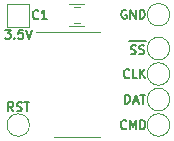
<source format=gbr>
G04 #@! TF.GenerationSoftware,KiCad,Pcbnew,(5.1.2)-2*
G04 #@! TF.CreationDate,2019-10-19T20:06:55+02:00*
G04 #@! TF.ProjectId,PlayStation 1 Reset Mod,506c6179-5374-4617-9469-6f6e20312052,rev?*
G04 #@! TF.SameCoordinates,Original*
G04 #@! TF.FileFunction,Legend,Top*
G04 #@! TF.FilePolarity,Positive*
%FSLAX46Y46*%
G04 Gerber Fmt 4.6, Leading zero omitted, Abs format (unit mm)*
G04 Created by KiCad (PCBNEW (5.1.2)-2) date 2019-10-19 20:06:55*
%MOMM*%
%LPD*%
G04 APERTURE LIST*
%ADD10C,0.120000*%
%ADD11C,0.150000*%
G04 APERTURE END LIST*
D10*
X140141500Y-94936000D02*
G75*
G03X140141500Y-94936000I-950000J0D01*
G01*
X140141500Y-88459000D02*
G75*
G03X140141500Y-88459000I-950000J0D01*
G01*
X126367000Y-86615000D02*
X126367000Y-84715000D01*
X128267000Y-86615000D02*
X126367000Y-86615000D01*
X128267000Y-84715000D02*
X128267000Y-86615000D01*
X126367000Y-84715000D02*
X128267000Y-84715000D01*
X140141500Y-85598000D02*
G75*
G03X140141500Y-85598000I-950000J0D01*
G01*
X128267000Y-94936000D02*
G75*
G03X128267000Y-94936000I-950000J0D01*
G01*
X140141500Y-92777000D02*
G75*
G03X140141500Y-92777000I-950000J0D01*
G01*
X140141500Y-90618000D02*
G75*
G03X140141500Y-90618000I-950000J0D01*
G01*
X131653636Y-84704200D02*
X132857764Y-84704200D01*
X131653636Y-86524200D02*
X132857764Y-86524200D01*
X131994448Y-84904200D02*
X132516952Y-84904200D01*
X131994448Y-86324200D02*
X132516952Y-86324200D01*
X132270000Y-95942000D02*
X134220000Y-95942000D01*
X132270000Y-95942000D02*
X130320000Y-95942000D01*
X132270000Y-87072000D02*
X134220000Y-87072000D01*
X132270000Y-87072000D02*
X128820000Y-87072000D01*
D11*
X136461071Y-95203857D02*
X136425357Y-95239571D01*
X136318214Y-95275285D01*
X136246785Y-95275285D01*
X136139642Y-95239571D01*
X136068214Y-95168142D01*
X136032500Y-95096714D01*
X135996785Y-94953857D01*
X135996785Y-94846714D01*
X136032500Y-94703857D01*
X136068214Y-94632428D01*
X136139642Y-94561000D01*
X136246785Y-94525285D01*
X136318214Y-94525285D01*
X136425357Y-94561000D01*
X136461071Y-94596714D01*
X136782500Y-95275285D02*
X136782500Y-94525285D01*
X137032500Y-95061000D01*
X137282500Y-94525285D01*
X137282500Y-95275285D01*
X137639642Y-95275285D02*
X137639642Y-94525285D01*
X137818214Y-94525285D01*
X137925357Y-94561000D01*
X137996785Y-94632428D01*
X138032500Y-94703857D01*
X138068214Y-94846714D01*
X138068214Y-94953857D01*
X138032500Y-95096714D01*
X137996785Y-95168142D01*
X137925357Y-95239571D01*
X137818214Y-95275285D01*
X137639642Y-95275285D01*
X136699214Y-87851000D02*
X137413500Y-87851000D01*
X136842071Y-88889571D02*
X136949214Y-88925285D01*
X137127785Y-88925285D01*
X137199214Y-88889571D01*
X137234928Y-88853857D01*
X137270642Y-88782428D01*
X137270642Y-88711000D01*
X137234928Y-88639571D01*
X137199214Y-88603857D01*
X137127785Y-88568142D01*
X136984928Y-88532428D01*
X136913500Y-88496714D01*
X136877785Y-88461000D01*
X136842071Y-88389571D01*
X136842071Y-88318142D01*
X136877785Y-88246714D01*
X136913500Y-88211000D01*
X136984928Y-88175285D01*
X137163500Y-88175285D01*
X137270642Y-88211000D01*
X137413500Y-87851000D02*
X138127785Y-87851000D01*
X137556357Y-88889571D02*
X137663500Y-88925285D01*
X137842071Y-88925285D01*
X137913500Y-88889571D01*
X137949214Y-88853857D01*
X137984928Y-88782428D01*
X137984928Y-88711000D01*
X137949214Y-88639571D01*
X137913500Y-88603857D01*
X137842071Y-88568142D01*
X137699214Y-88532428D01*
X137627785Y-88496714D01*
X137592071Y-88461000D01*
X137556357Y-88389571D01*
X137556357Y-88318142D01*
X137592071Y-88246714D01*
X137627785Y-88211000D01*
X137699214Y-88175285D01*
X137877785Y-88175285D01*
X137984928Y-88211000D01*
X126197657Y-86863685D02*
X126661942Y-86863685D01*
X126411942Y-87149400D01*
X126519085Y-87149400D01*
X126590514Y-87185114D01*
X126626228Y-87220828D01*
X126661942Y-87292257D01*
X126661942Y-87470828D01*
X126626228Y-87542257D01*
X126590514Y-87577971D01*
X126519085Y-87613685D01*
X126304800Y-87613685D01*
X126233371Y-87577971D01*
X126197657Y-87542257D01*
X126983371Y-87542257D02*
X127019085Y-87577971D01*
X126983371Y-87613685D01*
X126947657Y-87577971D01*
X126983371Y-87542257D01*
X126983371Y-87613685D01*
X127697657Y-86863685D02*
X127340514Y-86863685D01*
X127304800Y-87220828D01*
X127340514Y-87185114D01*
X127411942Y-87149400D01*
X127590514Y-87149400D01*
X127661942Y-87185114D01*
X127697657Y-87220828D01*
X127733371Y-87292257D01*
X127733371Y-87470828D01*
X127697657Y-87542257D01*
X127661942Y-87577971D01*
X127590514Y-87613685D01*
X127411942Y-87613685D01*
X127340514Y-87577971D01*
X127304800Y-87542257D01*
X127947657Y-86863685D02*
X128197657Y-87613685D01*
X128447657Y-86863685D01*
X136461071Y-85223000D02*
X136389642Y-85187285D01*
X136282500Y-85187285D01*
X136175357Y-85223000D01*
X136103928Y-85294428D01*
X136068214Y-85365857D01*
X136032500Y-85508714D01*
X136032500Y-85615857D01*
X136068214Y-85758714D01*
X136103928Y-85830142D01*
X136175357Y-85901571D01*
X136282500Y-85937285D01*
X136353928Y-85937285D01*
X136461071Y-85901571D01*
X136496785Y-85865857D01*
X136496785Y-85615857D01*
X136353928Y-85615857D01*
X136818214Y-85937285D02*
X136818214Y-85187285D01*
X137246785Y-85937285D01*
X137246785Y-85187285D01*
X137603928Y-85937285D02*
X137603928Y-85187285D01*
X137782500Y-85187285D01*
X137889642Y-85223000D01*
X137961071Y-85294428D01*
X137996785Y-85365857D01*
X138032500Y-85508714D01*
X138032500Y-85615857D01*
X137996785Y-85758714D01*
X137961071Y-85830142D01*
X137889642Y-85901571D01*
X137782500Y-85937285D01*
X137603928Y-85937285D01*
X126906285Y-93751285D02*
X126656285Y-93394142D01*
X126477714Y-93751285D02*
X126477714Y-93001285D01*
X126763428Y-93001285D01*
X126834857Y-93037000D01*
X126870571Y-93072714D01*
X126906285Y-93144142D01*
X126906285Y-93251285D01*
X126870571Y-93322714D01*
X126834857Y-93358428D01*
X126763428Y-93394142D01*
X126477714Y-93394142D01*
X127192000Y-93715571D02*
X127299142Y-93751285D01*
X127477714Y-93751285D01*
X127549142Y-93715571D01*
X127584857Y-93679857D01*
X127620571Y-93608428D01*
X127620571Y-93537000D01*
X127584857Y-93465571D01*
X127549142Y-93429857D01*
X127477714Y-93394142D01*
X127334857Y-93358428D01*
X127263428Y-93322714D01*
X127227714Y-93287000D01*
X127192000Y-93215571D01*
X127192000Y-93144142D01*
X127227714Y-93072714D01*
X127263428Y-93037000D01*
X127334857Y-93001285D01*
X127513428Y-93001285D01*
X127620571Y-93037000D01*
X127834857Y-93001285D02*
X128263428Y-93001285D01*
X128049142Y-93751285D02*
X128049142Y-93001285D01*
X136355928Y-93116285D02*
X136355928Y-92366285D01*
X136534500Y-92366285D01*
X136641642Y-92402000D01*
X136713071Y-92473428D01*
X136748785Y-92544857D01*
X136784500Y-92687714D01*
X136784500Y-92794857D01*
X136748785Y-92937714D01*
X136713071Y-93009142D01*
X136641642Y-93080571D01*
X136534500Y-93116285D01*
X136355928Y-93116285D01*
X137070214Y-92902000D02*
X137427357Y-92902000D01*
X136998785Y-93116285D02*
X137248785Y-92366285D01*
X137498785Y-93116285D01*
X137641642Y-92366285D02*
X138070214Y-92366285D01*
X137855928Y-93116285D02*
X137855928Y-92366285D01*
X136713071Y-90885857D02*
X136677357Y-90921571D01*
X136570214Y-90957285D01*
X136498785Y-90957285D01*
X136391642Y-90921571D01*
X136320214Y-90850142D01*
X136284500Y-90778714D01*
X136248785Y-90635857D01*
X136248785Y-90528714D01*
X136284500Y-90385857D01*
X136320214Y-90314428D01*
X136391642Y-90243000D01*
X136498785Y-90207285D01*
X136570214Y-90207285D01*
X136677357Y-90243000D01*
X136713071Y-90278714D01*
X137391642Y-90957285D02*
X137034500Y-90957285D01*
X137034500Y-90207285D01*
X137641642Y-90957285D02*
X137641642Y-90207285D01*
X138070214Y-90957285D02*
X137748785Y-90528714D01*
X138070214Y-90207285D02*
X137641642Y-90635857D01*
X129008600Y-85891257D02*
X128972885Y-85926971D01*
X128865742Y-85962685D01*
X128794314Y-85962685D01*
X128687171Y-85926971D01*
X128615742Y-85855542D01*
X128580028Y-85784114D01*
X128544314Y-85641257D01*
X128544314Y-85534114D01*
X128580028Y-85391257D01*
X128615742Y-85319828D01*
X128687171Y-85248400D01*
X128794314Y-85212685D01*
X128865742Y-85212685D01*
X128972885Y-85248400D01*
X129008600Y-85284114D01*
X129722885Y-85962685D02*
X129294314Y-85962685D01*
X129508600Y-85962685D02*
X129508600Y-85212685D01*
X129437171Y-85319828D01*
X129365742Y-85391257D01*
X129294314Y-85426971D01*
M02*

</source>
